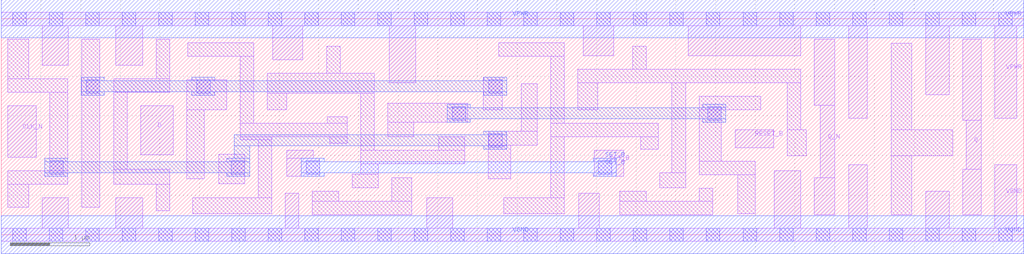
<source format=lef>
# Copyright 2020 The SkyWater PDK Authors
#
# Licensed under the Apache License, Version 2.0 (the "License");
# you may not use this file except in compliance with the License.
# You may obtain a copy of the License at
#
#     https://www.apache.org/licenses/LICENSE-2.0
#
# Unless required by applicable law or agreed to in writing, software
# distributed under the License is distributed on an "AS IS" BASIS,
# WITHOUT WARRANTIES OR CONDITIONS OF ANY KIND, either express or implied.
# See the License for the specific language governing permissions and
# limitations under the License.
#
# SPDX-License-Identifier: Apache-2.0

VERSION 5.7 ;
  NAMESCASESENSITIVE ON ;
  NOWIREEXTENSIONATPIN ON ;
  DIVIDERCHAR "/" ;
  BUSBITCHARS "[]" ;
UNITS
  DATABASE MICRONS 200 ;
END UNITS
MACRO sky130_fd_sc_hd__dfbbn_2
  CLASS CORE ;
  SOURCE USER ;
  FOREIGN sky130_fd_sc_hd__dfbbn_2 ;
  ORIGIN  0.000000  0.000000 ;
  SIZE  12.88000 BY  2.720000 ;
  SYMMETRY X Y R90 ;
  SITE unithd ;
  PIN D
    ANTENNAGATEAREA  0.126000 ;
    DIRECTION INPUT ;
    USE SIGNAL ;
    PORT
      LAYER li1 ;
        RECT 1.760000 1.005000 2.170000 1.625000 ;
    END
  END D
  PIN Q
    ANTENNADIFFAREA  0.445500 ;
    DIRECTION OUTPUT ;
    USE SIGNAL ;
    PORT
      LAYER li1 ;
        RECT 12.115000 0.255000 12.345000 0.825000 ;
        RECT 12.115000 1.445000 12.345000 2.465000 ;
        RECT 12.160000 0.825000 12.345000 1.445000 ;
    END
  END Q
  PIN Q_N
    ANTENNADIFFAREA  0.445500 ;
    DIRECTION OUTPUT ;
    USE SIGNAL ;
    PORT
      LAYER li1 ;
        RECT 10.240000 0.255000 10.500000 0.715000 ;
        RECT 10.240000 1.630000 10.500000 2.465000 ;
        RECT 10.320000 0.715000 10.500000 1.630000 ;
    END
  END Q_N
  PIN RESET_B
    ANTENNAGATEAREA  0.159000 ;
    DIRECTION INPUT ;
    USE SIGNAL ;
    PORT
      LAYER li1 ;
        RECT 9.250000 1.095000 9.730000 1.325000 ;
    END
  END RESET_B
  PIN SET_B
    ANTENNAGATEAREA  0.252000 ;
    DIRECTION INPUT ;
    USE SIGNAL ;
    PORT
      LAYER li1 ;
        RECT 3.600000 0.735000 4.010000 0.965000 ;
        RECT 3.600000 0.965000 3.930000 1.065000 ;
        RECT 7.470000 0.735000 7.845000 1.065000 ;
      LAYER mcon ;
        RECT 3.840000 0.765000 4.010000 0.935000 ;
        RECT 7.520000 0.765000 7.690000 0.935000 ;
      LAYER met1 ;
        RECT 3.780000 0.735000 4.070000 0.780000 ;
        RECT 3.780000 0.780000 7.750000 0.920000 ;
        RECT 3.780000 0.920000 4.070000 0.965000 ;
        RECT 7.460000 0.735000 7.750000 0.780000 ;
        RECT 7.460000 0.920000 7.750000 0.965000 ;
    END
  END SET_B
  PIN CLK_N
    ANTENNAGATEAREA  0.159000 ;
    DIRECTION INPUT ;
    USE CLOCK ;
    PORT
      LAYER li1 ;
        RECT 0.085000 0.975000 0.440000 1.625000 ;
    END
  END CLK_N
  PIN VGND
    DIRECTION INOUT ;
    SHAPE ABUTMENT ;
    USE GROUND ;
    PORT
      LAYER li1 ;
        RECT  0.000000 -0.085000 12.880000 0.085000 ;
        RECT  0.515000  0.085000  0.845000 0.465000 ;
        RECT  1.445000  0.085000  1.785000 0.465000 ;
        RECT  3.580000  0.085000  3.750000 0.525000 ;
        RECT  5.360000  0.085000  5.690000 0.465000 ;
        RECT  7.275000  0.085000  7.535000 0.525000 ;
        RECT  9.740000  0.085000 10.070000 0.805000 ;
        RECT 10.680000  0.085000 10.910000 0.885000 ;
        RECT 11.650000  0.085000 11.945000 0.545000 ;
        RECT 12.515000  0.085000 12.795000 0.885000 ;
      LAYER mcon ;
        RECT  0.145000 -0.085000  0.315000 0.085000 ;
        RECT  0.605000 -0.085000  0.775000 0.085000 ;
        RECT  1.065000 -0.085000  1.235000 0.085000 ;
        RECT  1.525000 -0.085000  1.695000 0.085000 ;
        RECT  1.985000 -0.085000  2.155000 0.085000 ;
        RECT  2.445000 -0.085000  2.615000 0.085000 ;
        RECT  2.905000 -0.085000  3.075000 0.085000 ;
        RECT  3.365000 -0.085000  3.535000 0.085000 ;
        RECT  3.825000 -0.085000  3.995000 0.085000 ;
        RECT  4.285000 -0.085000  4.455000 0.085000 ;
        RECT  4.745000 -0.085000  4.915000 0.085000 ;
        RECT  5.205000 -0.085000  5.375000 0.085000 ;
        RECT  5.665000 -0.085000  5.835000 0.085000 ;
        RECT  6.125000 -0.085000  6.295000 0.085000 ;
        RECT  6.585000 -0.085000  6.755000 0.085000 ;
        RECT  7.045000 -0.085000  7.215000 0.085000 ;
        RECT  7.505000 -0.085000  7.675000 0.085000 ;
        RECT  7.965000 -0.085000  8.135000 0.085000 ;
        RECT  8.425000 -0.085000  8.595000 0.085000 ;
        RECT  8.885000 -0.085000  9.055000 0.085000 ;
        RECT  9.345000 -0.085000  9.515000 0.085000 ;
        RECT  9.805000 -0.085000  9.975000 0.085000 ;
        RECT 10.265000 -0.085000 10.435000 0.085000 ;
        RECT 10.725000 -0.085000 10.895000 0.085000 ;
        RECT 11.185000 -0.085000 11.355000 0.085000 ;
        RECT 11.645000 -0.085000 11.815000 0.085000 ;
        RECT 12.105000 -0.085000 12.275000 0.085000 ;
        RECT 12.565000 -0.085000 12.735000 0.085000 ;
      LAYER met1 ;
        RECT 0.000000 -0.240000 12.880000 0.240000 ;
    END
  END VGND
  PIN VPWR
    DIRECTION INOUT ;
    SHAPE ABUTMENT ;
    USE POWER ;
    PORT
      LAYER li1 ;
        RECT  0.000000 2.635000 12.880000 2.805000 ;
        RECT  0.515000 2.135000  0.845000 2.635000 ;
        RECT  1.445000 2.135000  1.785000 2.635000 ;
        RECT  3.420000 2.205000  3.800000 2.635000 ;
        RECT  4.890000 1.915000  5.220000 2.635000 ;
        RECT  7.335000 2.255000  7.715000 2.635000 ;
        RECT  8.655000 2.255000 10.070000 2.635000 ;
        RECT 10.680000 1.465000 10.910000 2.635000 ;
        RECT 11.650000 1.765000 11.945000 2.635000 ;
        RECT 12.515000 1.465000 12.795000 2.635000 ;
      LAYER mcon ;
        RECT  0.145000 2.635000  0.315000 2.805000 ;
        RECT  0.605000 2.635000  0.775000 2.805000 ;
        RECT  1.065000 2.635000  1.235000 2.805000 ;
        RECT  1.525000 2.635000  1.695000 2.805000 ;
        RECT  1.985000 2.635000  2.155000 2.805000 ;
        RECT  2.445000 2.635000  2.615000 2.805000 ;
        RECT  2.905000 2.635000  3.075000 2.805000 ;
        RECT  3.365000 2.635000  3.535000 2.805000 ;
        RECT  3.825000 2.635000  3.995000 2.805000 ;
        RECT  4.285000 2.635000  4.455000 2.805000 ;
        RECT  4.745000 2.635000  4.915000 2.805000 ;
        RECT  5.205000 2.635000  5.375000 2.805000 ;
        RECT  5.665000 2.635000  5.835000 2.805000 ;
        RECT  6.125000 2.635000  6.295000 2.805000 ;
        RECT  6.585000 2.635000  6.755000 2.805000 ;
        RECT  7.045000 2.635000  7.215000 2.805000 ;
        RECT  7.505000 2.635000  7.675000 2.805000 ;
        RECT  7.965000 2.635000  8.135000 2.805000 ;
        RECT  8.425000 2.635000  8.595000 2.805000 ;
        RECT  8.885000 2.635000  9.055000 2.805000 ;
        RECT  9.345000 2.635000  9.515000 2.805000 ;
        RECT  9.805000 2.635000  9.975000 2.805000 ;
        RECT 10.265000 2.635000 10.435000 2.805000 ;
        RECT 10.725000 2.635000 10.895000 2.805000 ;
        RECT 11.185000 2.635000 11.355000 2.805000 ;
        RECT 11.645000 2.635000 11.815000 2.805000 ;
        RECT 12.105000 2.635000 12.275000 2.805000 ;
        RECT 12.565000 2.635000 12.735000 2.805000 ;
      LAYER met1 ;
        RECT 0.000000 2.480000 12.880000 2.960000 ;
    END
  END VPWR
  OBS
    LAYER li1 ;
      RECT  0.085000 0.345000  0.345000 0.635000 ;
      RECT  0.085000 0.635000  0.840000 0.805000 ;
      RECT  0.085000 1.795000  0.840000 1.965000 ;
      RECT  0.085000 1.965000  0.345000 2.465000 ;
      RECT  0.610000 0.805000  0.840000 1.795000 ;
      RECT  1.015000 0.345000  1.240000 2.465000 ;
      RECT  1.420000 0.635000  2.125000 0.825000 ;
      RECT  1.420000 0.825000  1.590000 1.795000 ;
      RECT  1.420000 1.795000  2.125000 1.965000 ;
      RECT  1.955000 0.305000  2.125000 0.635000 ;
      RECT  1.955000 1.965000  2.125000 2.465000 ;
      RECT  2.340000 0.705000  2.560000 1.575000 ;
      RECT  2.340000 1.575000  2.840000 1.955000 ;
      RECT  2.350000 2.250000  3.180000 2.420000 ;
      RECT  2.415000 0.265000  3.410000 0.465000 ;
      RECT  2.740000 0.645000  3.070000 1.015000 ;
      RECT  3.010000 1.195000  3.410000 1.235000 ;
      RECT  3.010000 1.235000  4.360000 1.405000 ;
      RECT  3.010000 1.405000  3.180000 2.250000 ;
      RECT  3.240000 0.465000  3.410000 1.195000 ;
      RECT  3.350000 1.575000  3.600000 1.785000 ;
      RECT  3.350000 1.785000  4.700000 2.035000 ;
      RECT  3.920000 0.255000  5.170000 0.425000 ;
      RECT  3.920000 0.425000  4.250000 0.545000 ;
      RECT  4.100000 2.035000  4.270000 2.375000 ;
      RECT  4.110000 1.405000  4.360000 1.485000 ;
      RECT  4.140000 1.155000  4.360000 1.235000 ;
      RECT  4.420000 0.595000  4.750000 0.765000 ;
      RECT  4.530000 0.765000  4.750000 0.895000 ;
      RECT  4.530000 0.895000  5.840000 1.065000 ;
      RECT  4.530000 1.065000  4.700000 1.785000 ;
      RECT  4.870000 1.235000  5.200000 1.415000 ;
      RECT  4.870000 1.415000  5.875000 1.655000 ;
      RECT  4.920000 0.425000  5.170000 0.715000 ;
      RECT  5.510000 1.065000  5.840000 1.235000 ;
      RECT  6.075000 1.575000  6.310000 1.985000 ;
      RECT  6.135000 0.705000  6.420000 1.125000 ;
      RECT  6.135000 1.125000  6.755000 1.305000 ;
      RECT  6.265000 2.250000  7.095000 2.420000 ;
      RECT  6.330000 0.265000  7.095000 0.465000 ;
      RECT  6.550000 1.305000  6.755000 1.905000 ;
      RECT  6.925000 0.465000  7.095000 1.235000 ;
      RECT  6.925000 1.235000  8.275000 1.405000 ;
      RECT  6.925000 1.405000  7.095000 2.250000 ;
      RECT  7.265000 1.575000  7.515000 1.915000 ;
      RECT  7.265000 1.915000 10.070000 2.085000 ;
      RECT  7.795000 0.255000  8.965000 0.425000 ;
      RECT  7.795000 0.425000  8.125000 0.545000 ;
      RECT  7.955000 2.085000  8.125000 2.375000 ;
      RECT  8.055000 1.075000  8.275000 1.235000 ;
      RECT  8.295000 0.595000  8.625000 0.780000 ;
      RECT  8.445000 0.780000  8.625000 1.915000 ;
      RECT  8.795000 0.425000  8.965000 0.585000 ;
      RECT  8.795000 0.755000  9.500000 0.925000 ;
      RECT  8.795000 0.925000  9.070000 1.575000 ;
      RECT  8.795000 1.575000  9.570000 1.745000 ;
      RECT  9.280000 0.265000  9.500000 0.755000 ;
      RECT  9.900000 0.995000 10.140000 1.325000 ;
      RECT  9.900000 1.325000 10.070000 1.915000 ;
      RECT 11.215000 0.255000 11.470000 0.995000 ;
      RECT 11.215000 0.995000 11.990000 1.325000 ;
      RECT 11.215000 1.325000 11.470000 2.415000 ;
    LAYER mcon ;
      RECT 0.610000 0.765000 0.780000 0.935000 ;
      RECT 1.070000 1.785000 1.240000 1.955000 ;
      RECT 2.460000 1.785000 2.630000 1.955000 ;
      RECT 2.900000 0.765000 3.070000 0.935000 ;
      RECT 5.680000 1.445000 5.850000 1.615000 ;
      RECT 6.140000 1.105000 6.310000 1.275000 ;
      RECT 6.140000 1.785000 6.310000 1.955000 ;
      RECT 8.900000 1.445000 9.070000 1.615000 ;
    LAYER met1 ;
      RECT 0.550000 0.735000 0.840000 0.780000 ;
      RECT 0.550000 0.780000 3.130000 0.920000 ;
      RECT 0.550000 0.920000 0.840000 0.965000 ;
      RECT 1.010000 1.755000 1.300000 1.800000 ;
      RECT 1.010000 1.800000 6.370000 1.940000 ;
      RECT 1.010000 1.940000 1.300000 1.985000 ;
      RECT 2.400000 1.755000 2.690000 1.800000 ;
      RECT 2.400000 1.940000 2.690000 1.985000 ;
      RECT 2.840000 0.735000 3.130000 0.780000 ;
      RECT 2.840000 0.920000 3.130000 0.965000 ;
      RECT 2.935000 0.965000 3.130000 1.120000 ;
      RECT 2.935000 1.120000 6.370000 1.260000 ;
      RECT 5.620000 1.415000 5.910000 1.460000 ;
      RECT 5.620000 1.460000 9.130000 1.600000 ;
      RECT 5.620000 1.600000 5.910000 1.645000 ;
      RECT 6.080000 1.075000 6.370000 1.120000 ;
      RECT 6.080000 1.260000 6.370000 1.305000 ;
      RECT 6.080000 1.755000 6.370000 1.800000 ;
      RECT 6.080000 1.940000 6.370000 1.985000 ;
      RECT 8.840000 1.415000 9.130000 1.460000 ;
      RECT 8.840000 1.600000 9.130000 1.645000 ;
  END
END sky130_fd_sc_hd__dfbbn_2
END LIBRARY

</source>
